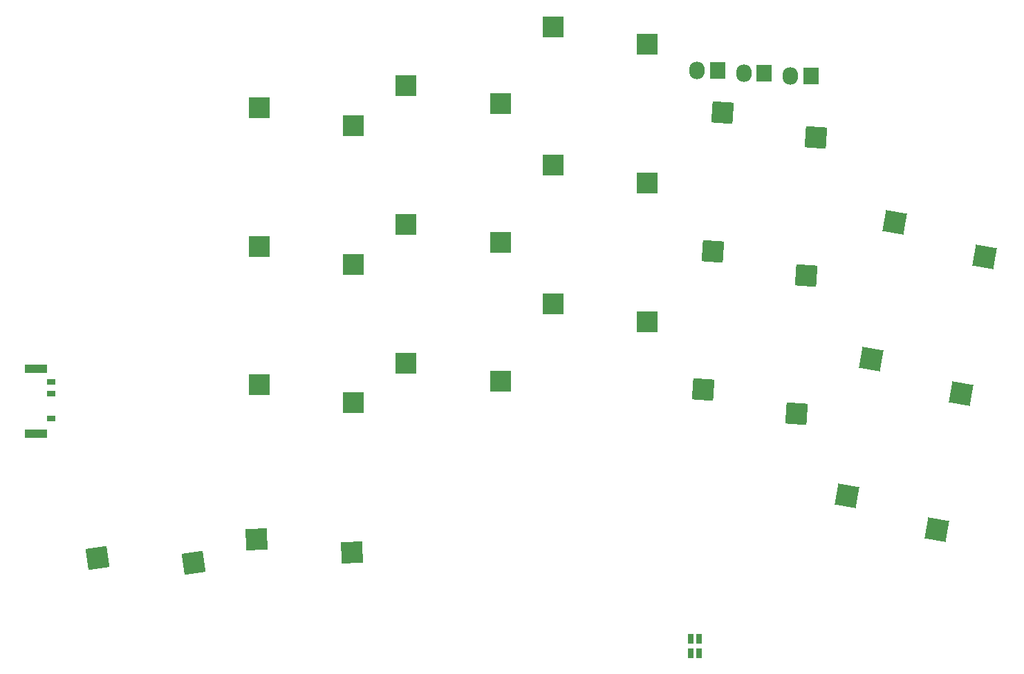
<source format=gbp>
G04 #@! TF.GenerationSoftware,KiCad,Pcbnew,(6.0.4)*
G04 #@! TF.CreationDate,2022-07-03T15:15:51+02:00*
G04 #@! TF.ProjectId,Klotz,4b6c6f74-7a2e-46b6-9963-61645f706362,0.2*
G04 #@! TF.SameCoordinates,Original*
G04 #@! TF.FileFunction,Paste,Bot*
G04 #@! TF.FilePolarity,Positive*
%FSLAX46Y46*%
G04 Gerber Fmt 4.6, Leading zero omitted, Abs format (unit mm)*
G04 Created by KiCad (PCBNEW (6.0.4)) date 2022-07-03 15:15:51*
%MOMM*%
%LPD*%
G01*
G04 APERTURE LIST*
G04 Aperture macros list*
%AMRotRect*
0 Rectangle, with rotation*
0 The origin of the aperture is its center*
0 $1 length*
0 $2 width*
0 $3 Rotation angle, in degrees counterclockwise*
0 Add horizontal line*
21,1,$1,$2,0,0,$3*%
G04 Aperture macros list end*
%ADD10O,1.905000X2.159000*%
%ADD11R,1.905000X2.159000*%
%ADD12R,2.600000X2.600000*%
%ADD13RotRect,2.600000X2.600000X350.000000*%
%ADD14RotRect,2.600000X2.600000X356.000000*%
%ADD15RotRect,2.600000X2.600000X8.000000*%
%ADD16R,1.000000X0.700000*%
%ADD17R,2.800000X1.000000*%
%ADD18RotRect,2.600000X2.600000X3.000000*%
%ADD19R,0.635000X1.143000*%
G04 APERTURE END LIST*
D10*
X178719019Y-58478792D03*
D11*
X181243019Y-58478792D03*
D12*
X149669862Y-52415117D03*
X161219862Y-54615117D03*
D10*
X173004504Y-58168721D03*
D11*
X175528504Y-58168721D03*
D13*
X185644025Y-109935944D03*
X196636529Y-114108158D03*
D12*
X131677431Y-93691867D03*
X143227431Y-95891867D03*
D14*
X168085323Y-96900005D03*
X179453723Y-99900334D03*
D12*
X149669862Y-69384448D03*
X161219862Y-71584448D03*
D14*
X170449038Y-62996616D03*
X181817438Y-65996945D03*
X169249535Y-79965952D03*
X180617935Y-82966281D03*
D12*
X149669862Y-86389060D03*
X161219862Y-88589060D03*
D15*
X93873261Y-117595732D03*
X105617038Y-118166872D03*
D12*
X113685000Y-96337813D03*
X125235000Y-98537813D03*
D13*
X191535671Y-76455906D03*
X202528175Y-80628120D03*
D12*
X113685000Y-79368484D03*
X125235000Y-81568484D03*
D16*
X88225000Y-100435000D03*
X88225000Y-97435000D03*
X88225000Y-95935000D03*
D17*
X86325000Y-94335000D03*
X86325000Y-102285000D03*
D12*
X131677431Y-59682647D03*
X143227431Y-61882647D03*
X113685000Y-62363872D03*
X125235000Y-64563872D03*
D18*
X113378089Y-115285950D03*
X125027400Y-116878454D03*
D12*
X131677431Y-76687259D03*
X143227431Y-78887259D03*
D10*
X167261254Y-57800649D03*
D11*
X169785254Y-57800649D03*
D13*
X188607484Y-93213563D03*
X199599988Y-97385777D03*
D19*
X166524620Y-129250000D03*
X167525380Y-129250000D03*
X166524620Y-127475000D03*
X167525380Y-127475000D03*
M02*

</source>
